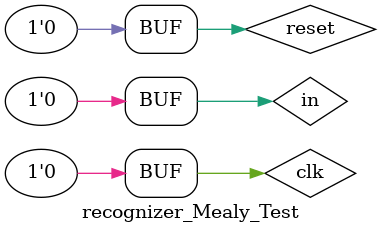
<source format=v>
`timescale 1ns / 1ps


module recognizer_Mealy_Test;

	// Inputs
	reg clk;
	reg in;
	reg reset;

	// Outputs
	wire out;

	// Instantiate the Unit Under Test (UUT)
	recognizer_Mealy uut (
		.clk(clk), 
		.in(in), 
		.reset(reset), 
		.out(out)
	);

	initial begin
		// Initialize Inputs
		clk = 0;
		in = 0;
		reset = 0;

		// Wait 100 ns for global reset to finish

		#5 in = 0;
		#20 in = 1;
		#20 in = 0;
		#20 in = 1;
		#20 in = 1;
		#20 in = 1;
		#20 in = 0;
		#20 in = 1;
		#20 in = 0;
		#20 in = 0;
		#20 in = 1;
		#20 in = 0;

		#20 reset = 1;
		#20 reset = 0;
		#20 in = 0;
		#20 in = 1;
		#20 in = 0;

	end

	always begin
	#10 clk = 1;
	#10 clk = 0;
	end
      
endmodule


</source>
